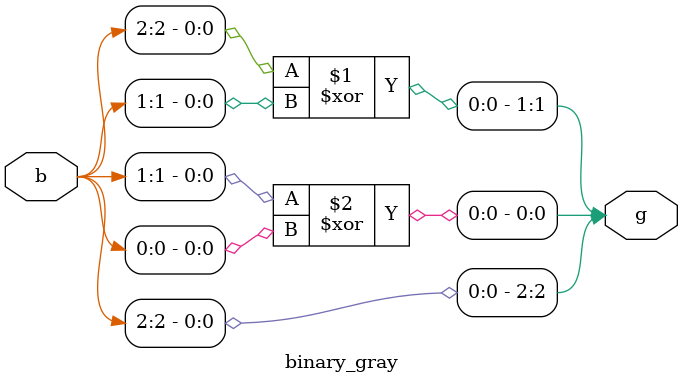
<source format=v>
`timescale 1ns / 1ps


module binary_gray(b, g);
  input [2:0] b;
  output [2:0] g;

  assign g[2] = b[2];
  assign g[1] = b[2] ^ b[1];
  assign g[0] = b[1] ^ b[0];
endmodule

</source>
